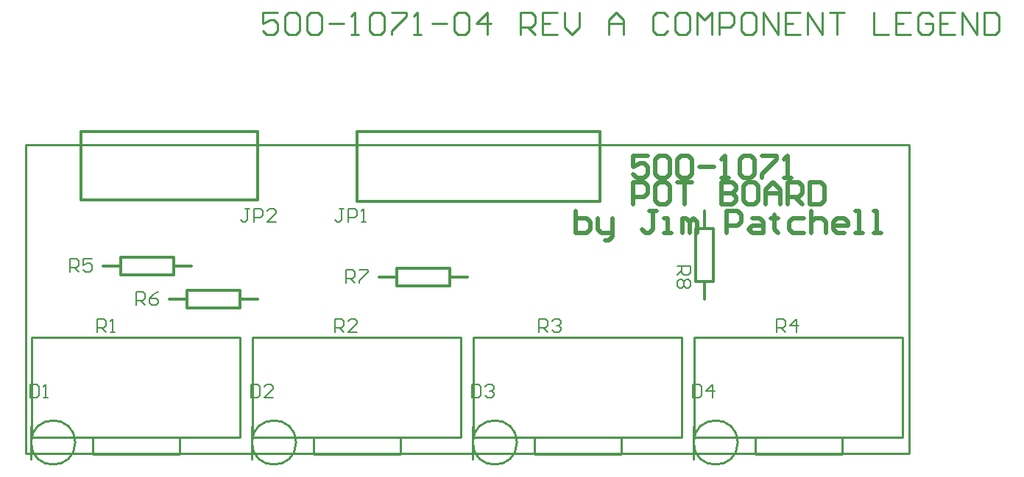
<source format=gto>
%FSLAX24Y24*%
%MOIN*%
G70*
G01*
G75*
G04 Layer_Color=65535*
%ADD10C,0.0120*%
%ADD11C,0.0100*%
%ADD12C,0.1000*%
%ADD13C,0.0620*%
%ADD14R,0.0620X0.0620*%
%ADD15C,0.0200*%
%ADD16C,0.0060*%
D10*
X16700Y18500D02*
X17500D01*
X13500D02*
X14300D01*
Y18100D02*
X16700D01*
X14300Y18900D02*
X16700D01*
Y18100D02*
Y18900D01*
X14300Y18100D02*
Y18900D01*
X12500Y21500D02*
X20500D01*
X12500Y24600D02*
X20500D01*
Y21500D02*
Y24600D01*
X12500Y21500D02*
Y24600D01*
X25000Y21450D02*
X36000D01*
X25000Y24600D02*
X36000D01*
Y21450D02*
Y24600D01*
X25000Y21450D02*
Y24600D01*
X26000Y18000D02*
X26800D01*
X29200D02*
X30000D01*
X26800Y18400D02*
X29200D01*
X26800Y17600D02*
X29200D01*
X26800D02*
Y18400D01*
X29200Y17600D02*
Y18400D01*
X16500Y17000D02*
X17300D01*
Y17400D02*
X19700D01*
X17300Y16600D02*
X19700D01*
Y17000D02*
X20500D01*
X17300Y16600D02*
Y17400D01*
X19700Y16600D02*
Y17400D01*
X40350Y20200D02*
X41150D01*
X40350Y17800D02*
X41150D01*
X40750Y20200D02*
Y21000D01*
Y17000D02*
Y17800D01*
X41150D02*
Y20200D01*
X40350Y17800D02*
Y20200D01*
D11*
X12250Y10500D02*
G03*
X12250Y10500I-1000J0D01*
G01*
X22250D02*
G03*
X22250Y10500I-1000J0D01*
G01*
X32250D02*
G03*
X32250Y10500I-1000J0D01*
G01*
X42250D02*
G03*
X42250Y10500I-1000J0D01*
G01*
X40276Y15278D02*
X49724D01*
X45000Y9963D02*
X46968D01*
X43032D02*
X45000D01*
X40276Y10750D02*
X45000D01*
X49724D01*
X40276D02*
Y15278D01*
X49724Y10750D02*
Y15278D01*
X46968Y9963D02*
Y10750D01*
X43032Y9963D02*
Y10750D01*
X30276Y15278D02*
X39724D01*
X35000Y9963D02*
X36969D01*
X33031D02*
X35000D01*
X30276Y10750D02*
X35000D01*
X39724D01*
X30276D02*
Y15278D01*
X39724Y10750D02*
Y15278D01*
X36969Y9963D02*
Y10750D01*
X33031Y9963D02*
Y10750D01*
X20276Y15278D02*
X29724D01*
X25000Y9963D02*
X26969D01*
X23031D02*
X25000D01*
X20276Y10750D02*
X25000D01*
X29724D01*
X20276D02*
Y15278D01*
X29724Y10750D02*
Y15278D01*
X26969Y9963D02*
Y10750D01*
X23031Y9963D02*
Y10750D01*
X10276Y15278D02*
X19724D01*
X15000Y9963D02*
X16968D01*
X13032D02*
X15000D01*
X10276Y10750D02*
X15000D01*
X19724D01*
X10276D02*
Y15278D01*
X19724Y10750D02*
Y15278D01*
X16968Y9963D02*
Y10750D01*
X13032Y9963D02*
Y10750D01*
X10250Y9750D02*
Y11250D01*
X20250Y9750D02*
Y11250D01*
X30250Y9750D02*
Y11250D01*
X40250Y9750D02*
Y11250D01*
X21416Y30000D02*
X20750D01*
Y29500D01*
X21083Y29666D01*
X21250D01*
X21416Y29500D01*
Y29167D01*
X21250Y29000D01*
X20917D01*
X20750Y29167D01*
X21750Y29833D02*
X21916Y30000D01*
X22250D01*
X22416Y29833D01*
Y29167D01*
X22250Y29000D01*
X21916D01*
X21750Y29167D01*
Y29833D01*
X22749D02*
X22916Y30000D01*
X23249D01*
X23416Y29833D01*
Y29167D01*
X23249Y29000D01*
X22916D01*
X22749Y29167D01*
Y29833D01*
X23749Y29500D02*
X24415D01*
X24749Y29000D02*
X25082D01*
X24915D01*
Y30000D01*
X24749Y29833D01*
X25582D02*
X25748Y30000D01*
X26082D01*
X26248Y29833D01*
Y29167D01*
X26082Y29000D01*
X25748D01*
X25582Y29167D01*
Y29833D01*
X26581Y30000D02*
X27248D01*
Y29833D01*
X26581Y29167D01*
Y29000D01*
X27581D02*
X27914D01*
X27748D01*
Y30000D01*
X27581Y29833D01*
X28414Y29500D02*
X29081D01*
X29414Y29833D02*
X29580Y30000D01*
X29914D01*
X30080Y29833D01*
Y29167D01*
X29914Y29000D01*
X29580D01*
X29414Y29167D01*
Y29833D01*
X30913Y29000D02*
Y30000D01*
X30414Y29500D01*
X31080D01*
X32413Y29000D02*
Y30000D01*
X32913D01*
X33079Y29833D01*
Y29500D01*
X32913Y29333D01*
X32413D01*
X32746D02*
X33079Y29000D01*
X34079Y30000D02*
X33413D01*
Y29000D01*
X34079D01*
X33413Y29500D02*
X33746D01*
X34412Y30000D02*
Y29333D01*
X34745Y29000D01*
X35079Y29333D01*
Y30000D01*
X36412Y29000D02*
Y29666D01*
X36745Y30000D01*
X37078Y29666D01*
Y29000D01*
Y29500D01*
X36412D01*
X39077Y29833D02*
X38911Y30000D01*
X38578D01*
X38411Y29833D01*
Y29167D01*
X38578Y29000D01*
X38911D01*
X39077Y29167D01*
X39910Y30000D02*
X39577D01*
X39411Y29833D01*
Y29167D01*
X39577Y29000D01*
X39910D01*
X40077Y29167D01*
Y29833D01*
X39910Y30000D01*
X40410Y29000D02*
Y30000D01*
X40744Y29666D01*
X41077Y30000D01*
Y29000D01*
X41410D02*
Y30000D01*
X41910D01*
X42076Y29833D01*
Y29500D01*
X41910Y29333D01*
X41410D01*
X42910Y30000D02*
X42576D01*
X42410Y29833D01*
Y29167D01*
X42576Y29000D01*
X42910D01*
X43076Y29167D01*
Y29833D01*
X42910Y30000D01*
X43409Y29000D02*
Y30000D01*
X44076Y29000D01*
Y30000D01*
X45075D02*
X44409D01*
Y29000D01*
X45075D01*
X44409Y29500D02*
X44742D01*
X45409Y29000D02*
Y30000D01*
X46075Y29000D01*
Y30000D01*
X46408D02*
X47075D01*
X46742D01*
Y29000D01*
X48408Y30000D02*
Y29000D01*
X49074D01*
X50074Y30000D02*
X49407D01*
Y29000D01*
X50074D01*
X49407Y29500D02*
X49741D01*
X51074Y29833D02*
X50907Y30000D01*
X50574D01*
X50407Y29833D01*
Y29167D01*
X50574Y29000D01*
X50907D01*
X51074Y29167D01*
Y29500D01*
X50740D01*
X52073Y30000D02*
X51407D01*
Y29000D01*
X52073D01*
X51407Y29500D02*
X51740D01*
X52406Y29000D02*
Y30000D01*
X53073Y29000D01*
Y30000D01*
X53406D02*
Y29000D01*
X53906D01*
X54073Y29167D01*
Y29833D01*
X53906Y30000D01*
X53406D01*
X10000Y10000D02*
Y24000D01*
X50000Y10000D02*
Y24000D01*
X10000D02*
X50000D01*
X10000Y10000D02*
X50000D01*
D15*
X38166Y23500D02*
X37500D01*
Y23000D01*
X37833Y23166D01*
X38000D01*
X38166Y23000D01*
Y22667D01*
X38000Y22500D01*
X37667D01*
X37500Y22667D01*
X38500Y23333D02*
X38666Y23500D01*
X39000D01*
X39166Y23333D01*
Y22667D01*
X39000Y22500D01*
X38666D01*
X38500Y22667D01*
Y23333D01*
X39499D02*
X39666Y23500D01*
X39999D01*
X40166Y23333D01*
Y22667D01*
X39999Y22500D01*
X39666D01*
X39499Y22667D01*
Y23333D01*
X40499Y23000D02*
X41165D01*
X41499Y22500D02*
X41832D01*
X41665D01*
Y23500D01*
X41499Y23333D01*
X42332D02*
X42498Y23500D01*
X42832D01*
X42998Y23333D01*
Y22667D01*
X42832Y22500D01*
X42498D01*
X42332Y22667D01*
Y23333D01*
X43331Y23500D02*
X43998D01*
Y23333D01*
X43331Y22667D01*
Y22500D01*
X44331D02*
X44664D01*
X44498D01*
Y23500D01*
X44331Y23333D01*
X37500Y21300D02*
Y22300D01*
X38000D01*
X38166Y22133D01*
Y21800D01*
X38000Y21633D01*
X37500D01*
X39000Y22300D02*
X38666D01*
X38500Y22133D01*
Y21467D01*
X38666Y21300D01*
X39000D01*
X39166Y21467D01*
Y22133D01*
X39000Y22300D01*
X39499D02*
X40166D01*
X39833D01*
Y21300D01*
X41499Y22300D02*
Y21300D01*
X41999D01*
X42165Y21467D01*
Y21633D01*
X41999Y21800D01*
X41499D01*
X41999D01*
X42165Y21966D01*
Y22133D01*
X41999Y22300D01*
X41499D01*
X42998D02*
X42665D01*
X42498Y22133D01*
Y21467D01*
X42665Y21300D01*
X42998D01*
X43165Y21467D01*
Y22133D01*
X42998Y22300D01*
X43498Y21300D02*
Y21966D01*
X43831Y22300D01*
X44165Y21966D01*
Y21300D01*
Y21800D01*
X43498D01*
X44498Y21300D02*
Y22300D01*
X44998D01*
X45164Y22133D01*
Y21800D01*
X44998Y21633D01*
X44498D01*
X44831D02*
X45164Y21300D01*
X45497Y22300D02*
Y21300D01*
X45997D01*
X46164Y21467D01*
Y22133D01*
X45997Y22300D01*
X45497D01*
X34900Y21000D02*
Y20000D01*
X35400D01*
X35566Y20167D01*
Y20333D01*
Y20500D01*
X35400Y20666D01*
X34900D01*
X35900D02*
Y20167D01*
X36066Y20000D01*
X36566D01*
Y19833D01*
X36400Y19667D01*
X36233D01*
X36566Y20000D02*
Y20666D01*
X38565Y21000D02*
X38232D01*
X38399D01*
Y20167D01*
X38232Y20000D01*
X38066D01*
X37899Y20167D01*
X38899Y20000D02*
X39232D01*
X39065D01*
Y20666D01*
X38899D01*
X39732Y20000D02*
Y20666D01*
X39898D01*
X40065Y20500D01*
Y20000D01*
Y20500D01*
X40232Y20666D01*
X40398Y20500D01*
Y20000D01*
X41731D02*
Y21000D01*
X42231D01*
X42398Y20833D01*
Y20500D01*
X42231Y20333D01*
X41731D01*
X42897Y20666D02*
X43231D01*
X43397Y20500D01*
Y20000D01*
X42897D01*
X42731Y20167D01*
X42897Y20333D01*
X43397D01*
X43897Y20833D02*
Y20666D01*
X43730D01*
X44064D01*
X43897D01*
Y20167D01*
X44064Y20000D01*
X45230Y20666D02*
X44730D01*
X44564Y20500D01*
Y20167D01*
X44730Y20000D01*
X45230D01*
X45563Y21000D02*
Y20000D01*
Y20500D01*
X45730Y20666D01*
X46063D01*
X46230Y20500D01*
Y20000D01*
X47063D02*
X46730D01*
X46563Y20167D01*
Y20500D01*
X46730Y20666D01*
X47063D01*
X47229Y20500D01*
Y20333D01*
X46563D01*
X47563Y20000D02*
X47896D01*
X47729D01*
Y21000D01*
X47563D01*
X48396Y20000D02*
X48729D01*
X48562D01*
Y21000D01*
X48396D01*
D16*
X44000Y15500D02*
Y16100D01*
X44300D01*
X44400Y16000D01*
Y15800D01*
X44300Y15700D01*
X44000D01*
X44200D02*
X44400Y15500D01*
X44900D02*
Y16100D01*
X44600Y15800D01*
X45000D01*
X33250Y15500D02*
Y16100D01*
X33550D01*
X33650Y16000D01*
Y15800D01*
X33550Y15700D01*
X33250D01*
X33450D02*
X33650Y15500D01*
X33850Y16000D02*
X33950Y16100D01*
X34150D01*
X34250Y16000D01*
Y15900D01*
X34150Y15800D01*
X34050D01*
X34150D01*
X34250Y15700D01*
Y15600D01*
X34150Y15500D01*
X33950D01*
X33850Y15600D01*
X24000Y15500D02*
Y16100D01*
X24300D01*
X24400Y16000D01*
Y15800D01*
X24300Y15700D01*
X24000D01*
X24200D02*
X24400Y15500D01*
X25000D02*
X24600D01*
X25000Y15900D01*
Y16000D01*
X24900Y16100D01*
X24700D01*
X24600Y16000D01*
X13250Y15500D02*
Y16100D01*
X13550D01*
X13650Y16000D01*
Y15800D01*
X13550Y15700D01*
X13250D01*
X13450D02*
X13650Y15500D01*
X13850D02*
X14050D01*
X13950D01*
Y16100D01*
X13850Y16000D01*
X10200Y13144D02*
Y12544D01*
X10500D01*
X10600Y12644D01*
Y13044D01*
X10500Y13144D01*
X10200D01*
X10800Y12544D02*
X11000D01*
X10900D01*
Y13144D01*
X10800Y13044D01*
X12000Y18250D02*
Y18850D01*
X12300D01*
X12400Y18750D01*
Y18550D01*
X12300Y18450D01*
X12000D01*
X12200D02*
X12400Y18250D01*
X13000Y18850D02*
X12600D01*
Y18550D01*
X12800Y18650D01*
X12900D01*
X13000Y18550D01*
Y18350D01*
X12900Y18250D01*
X12700D01*
X12600Y18350D01*
X20150Y21100D02*
X19950D01*
X20050D01*
Y20600D01*
X19950Y20500D01*
X19850D01*
X19750Y20600D01*
X20350Y20500D02*
Y21100D01*
X20650D01*
X20750Y21000D01*
Y20800D01*
X20650Y20700D01*
X20350D01*
X21349Y20500D02*
X20950D01*
X21349Y20900D01*
Y21000D01*
X21250Y21100D01*
X21050D01*
X20950Y21000D01*
X20200Y13144D02*
Y12544D01*
X20500D01*
X20600Y12644D01*
Y13044D01*
X20500Y13144D01*
X20200D01*
X21200Y12544D02*
X20800D01*
X21200Y12944D01*
Y13044D01*
X21100Y13144D01*
X20900D01*
X20800Y13044D01*
X24400Y21100D02*
X24200D01*
X24300D01*
Y20600D01*
X24200Y20500D01*
X24100D01*
X24000Y20600D01*
X24600Y20500D02*
Y21100D01*
X24900D01*
X25000Y21000D01*
Y20800D01*
X24900Y20700D01*
X24600D01*
X25200Y20500D02*
X25400D01*
X25300D01*
Y21100D01*
X25200Y21000D01*
X24500Y17750D02*
Y18350D01*
X24800D01*
X24900Y18250D01*
Y18050D01*
X24800Y17950D01*
X24500D01*
X24700D02*
X24900Y17750D01*
X25100Y18350D02*
X25500D01*
Y18250D01*
X25100Y17850D01*
Y17750D01*
X15000Y16750D02*
Y17350D01*
X15300D01*
X15400Y17250D01*
Y17050D01*
X15300Y16950D01*
X15000D01*
X15200D02*
X15400Y16750D01*
X16000Y17350D02*
X15800Y17250D01*
X15600Y17050D01*
Y16850D01*
X15700Y16750D01*
X15900D01*
X16000Y16850D01*
Y16950D01*
X15900Y17050D01*
X15600D01*
X30200Y13144D02*
Y12544D01*
X30500D01*
X30600Y12644D01*
Y13044D01*
X30500Y13144D01*
X30200D01*
X30800Y13044D02*
X30900Y13144D01*
X31100D01*
X31200Y13044D01*
Y12944D01*
X31100Y12844D01*
X31000D01*
X31100D01*
X31200Y12744D01*
Y12644D01*
X31100Y12544D01*
X30900D01*
X30800Y12644D01*
X40200Y13144D02*
Y12544D01*
X40500D01*
X40600Y12644D01*
Y13044D01*
X40500Y13144D01*
X40200D01*
X41100Y12544D02*
Y13144D01*
X40800Y12844D01*
X41200D01*
X39500Y18500D02*
X40100D01*
Y18200D01*
X40000Y18100D01*
X39800D01*
X39700Y18200D01*
Y18500D01*
Y18300D02*
X39500Y18100D01*
X40000Y17900D02*
X40100Y17800D01*
Y17600D01*
X40000Y17500D01*
X39900D01*
X39800Y17600D01*
X39700Y17500D01*
X39600D01*
X39500Y17600D01*
Y17800D01*
X39600Y17900D01*
X39700D01*
X39800Y17800D01*
X39900Y17900D01*
X40000D01*
X39800Y17800D02*
Y17600D01*
M02*

</source>
